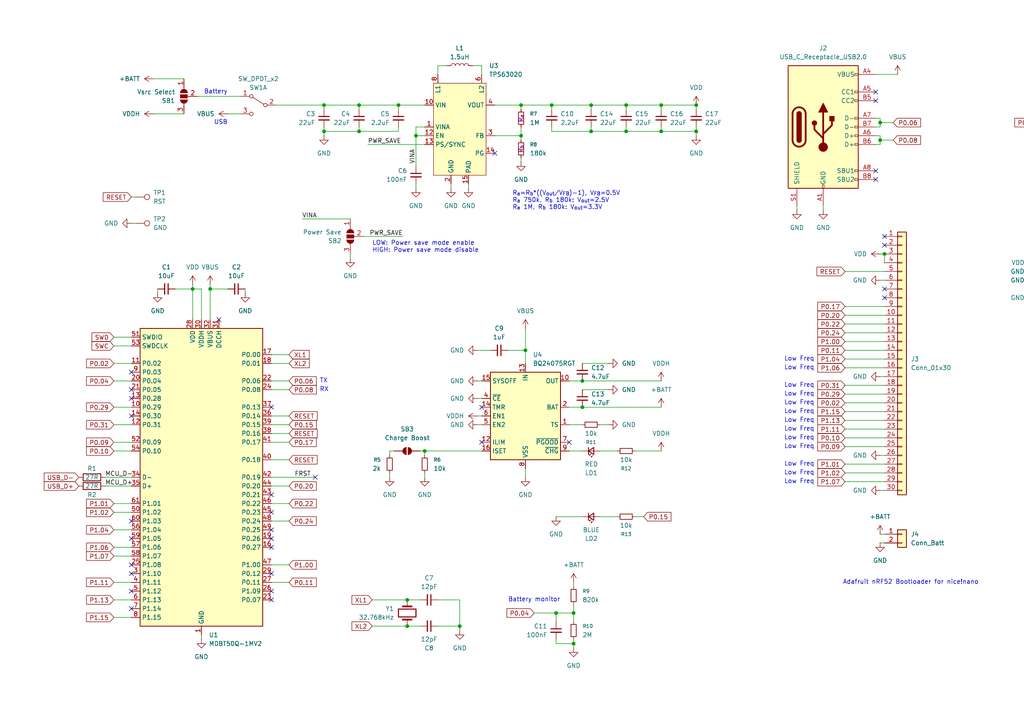
<source format=kicad_sch>
(kicad_sch (version 20250114) (generator "eeschema") (generator_version "9.0")
  (paper "A4")
  (text "Battery monitor" (at 154.94 173.99 0) (effects (font (size 1.27 1.27))))
  (text "USB" (at 66.04 35.56 0) (effects (font (size 1.27 1.27)) (justify right)))
  (text "Low Freq" (at 236.22 139.7 0) (effects (font (size 1.27 1.27)) (justify right)))
  (text "Low Freq" (at 236.22 116.84 0) (effects (font (size 1.27 1.27)) (justify right)))
  (text "Low Freq" (at 236.22 114.3 0) (effects (font (size 1.27 1.27)) (justify right)))
  (text "LOW: Power save mode enable\nHIGH: Power save mode disable" (at 107.95 69.85 0) (effects (font (size 1.27 1.27)) (justify left top)))
  (text "Low Freq" (at 236.22 127 0) (effects (font (size 1.27 1.27)) (justify right)))
  (text "Low Freq" (at 236.22 121.92 0) (effects (font (size 1.27 1.27)) (justify right)))
  (text "Low Freq" (at 236.22 137.16 0) (effects (font (size 1.27 1.27)) (justify right)))
  (text "R_{a}=R_{b}*((V_{out}/V_{FB})-1), V_{FB}=0.5V\nR_{a} 750k, R_{b} 180k: V_{out}=2.5V\nR_{a} 1M, R_{b} 180k: V_{out}=3.3V" (at 148.59 60.96 0) (effects (font (size 1.27 1.27)) (justify left bottom)))
  (text "RX" (at 92.71 113.03 0) (effects (font (size 1.27 1.27)) (justify left)))
  (text "Low Freq" (at 236.22 111.76 0) (effects (font (size 1.27 1.27)) (justify right)))
  (text "Battery" (at 66.04 26.67 0) (effects (font (size 1.27 1.27)) (justify right)))
  (text "Adafruit nRF52 Bootloader for nice!nano" (at 264.16 168.91 0) (effects (font (size 1.27 1.27))))
  (text "Low Freq" (at 236.22 104.14 0) (effects (font (size 1.27 1.27)) (justify right)))
  (text "Low Freq" (at 236.22 106.68 0) (effects (font (size 1.27 1.27)) (justify right)))
  (text "Low Freq" (at 236.22 129.54 0) (effects (font (size 1.27 1.27)) (justify right)))
  (text "TX" (at 92.71 110.49 0) (effects (font (size 1.27 1.27)) (justify left)))
  (text "Low Freq" (at 236.22 124.46 0) (effects (font (size 1.27 1.27)) (justify right)))
  (text "Low Freq" (at 236.22 134.62 0) (effects (font (size 1.27 1.27)) (justify right)))
  (text "Low Freq" (at 236.22 119.38 0) (effects (font (size 1.27 1.27)) (justify right)))
  (junction (at 104.14 30.48))
  (junction (at 166.37 177.8))
  (junction (at 120.65 39.37))
  (junction (at 115.57 30.48))
  (junction (at 201.93 38.1))
  (junction (at 104.14 38.1))
  (junction (at 60.96 83.82))
  (junction (at 160.02 30.48))
  (junction (at 168.91 110.49))
  (junction (at 255.27 40.64))
  (junction (at 256.54 73.66))
  (junction (at 255.27 35.56))
  (junction (at 93.98 38.1))
  (junction (at 152.4 101.6))
  (junction (at 166.37 186.69))
  (junction (at 181.61 38.1))
  (junction (at 55.88 83.82))
  (junction (at 191.77 30.48))
  (junction (at 181.61 30.48))
  (junction (at 123.19 130.81))
  (junction (at 118.11 173.99))
  (junction (at 171.45 38.1))
  (junction (at 201.93 30.48))
  (junction (at 52.07 -44.45))
  (junction (at 151.13 39.37))
  (junction (at 36.83 -36.83))
  (junction (at 161.29 177.8))
  (junction (at 118.11 181.61))
  (junction (at 171.45 30.48))
  (junction (at 151.13 30.48))
  (junction (at 191.77 38.1))
  (junction (at 93.98 30.48))
  (junction (at 39.37 -50.8))
  (junction (at 168.91 118.11))
  (junction (at 36.83 -31.75))
  (junction (at 133.35 181.61))
  (no_connect (at 38.1 113.03))
  (no_connect (at 254 49.53))
  (no_connect (at 114.3 -29.21))
  (no_connect (at 256.54 71.12))
  (no_connect (at 91.44 138.43))
  (no_connect (at 88.9 -34.29))
  (no_connect (at 139.7 128.27))
  (no_connect (at 38.1 107.95))
  (no_connect (at 314.96 83.82))
  (no_connect (at 78.74 173.99))
  (no_connect (at 139.7 118.11))
  (no_connect (at 35.56 -22.86))
  (no_connect (at 256.54 83.82))
  (no_connect (at 35.56 -20.32))
  (no_connect (at 256.54 86.36))
  (no_connect (at 38.1 166.37))
  (no_connect (at 78.74 158.75))
  (no_connect (at 78.74 171.45))
  (no_connect (at 78.74 153.67))
  (no_connect (at 256.54 68.58))
  (no_connect (at 165.1 128.27))
  (no_connect (at 314.96 81.28))
  (no_connect (at 302.26 83.82))
  (no_connect (at 78.74 148.59))
  (no_connect (at 38.1 115.57))
  (no_connect (at 38.1 120.65))
  (no_connect (at 38.1 171.45))
  (no_connect (at 38.1 156.21))
  (no_connect (at 254 29.21))
  (no_connect (at 78.74 166.37))
  (no_connect (at 63.5 92.71))
  (no_connect (at 254 26.67))
  (no_connect (at 38.1 151.13))
  (no_connect (at 143.51 44.45))
  (no_connect (at 38.1 176.53))
  (no_connect (at 78.74 118.11))
  (no_connect (at 38.1 163.83))
  (no_connect (at 254 52.07))
  (no_connect (at 78.74 143.51))
  (no_connect (at 78.74 156.21))
  (wire (pts (xy 60.96 83.82) (xy 66.04 83.82)))
  (wire (pts (xy 83.82 128.27) (xy 78.74 128.27)))
  (wire (pts (xy 127 19.05) (xy 129.54 19.05)))
  (wire (pts (xy 260.35 21.59) (xy 254 21.59)))
  (wire (pts (xy 152.4 101.6) (xy 147.32 101.6)))
  (wire (pts (xy 191.77 38.1) (xy 191.77 36.83)))
  (wire (pts (xy 165.1 110.49) (xy 168.91 110.49)))
  (wire (pts (xy 33.02 130.81) (xy 38.1 130.81)))
  (wire (pts (xy 36.83 -36.83) (xy 54.61 -36.83)))
  (wire (pts (xy 101.6 74.93) (xy 101.6 73.66)))
  (wire (pts (xy 35.56 -50.8) (xy 39.37 -50.8)))
  (wire (pts (xy 35.56 -43.18) (xy 40.64 -43.18)))
  (wire (pts (xy 191.77 30.48) (xy 181.61 30.48)))
  (wire (pts (xy 254 41.91) (xy 255.27 41.91)))
  (wire (pts (xy 165.1 130.81) (xy 168.91 130.81)))
  (wire (pts (xy 255.27 132.08) (xy 256.54 132.08)))
  (wire (pts (xy 171.45 38.1) (xy 171.45 36.83)))
  (wire (pts (xy 86.36 -29.21) (xy 88.9 -29.21)))
  (wire (pts (xy 168.91 118.11) (xy 191.77 118.11)))
  (wire (pts (xy 93.98 30.48) (xy 104.14 30.48)))
  (wire (pts (xy 245.11 129.54) (xy 256.54 129.54)))
  (wire (pts (xy 121.92 130.81) (xy 123.19 130.81)))
  (wire (pts (xy 20.32 -11.43) (xy 20.32 -12.7)))
  (wire (pts (xy 151.13 36.83) (xy 151.13 39.37)))
  (wire (pts (xy 245.11 139.7) (xy 256.54 139.7)))
  (wire (pts (xy 245.11 127) (xy 256.54 127)))
  (wire (pts (xy 115.57 36.83) (xy 115.57 38.1)))
  (wire (pts (xy 181.61 38.1) (xy 171.45 38.1)))
  (wire (pts (xy 83.82 151.13) (xy 78.74 151.13)))
  (wire (pts (xy 38.1 64.77) (xy 39.37 64.77)))
  (wire (pts (xy 66.04 33.02) (xy 69.85 33.02)))
  (wire (pts (xy 300.99 81.28) (xy 302.26 81.28)))
  (wire (pts (xy 113.03 132.08) (xy 113.03 130.81)))
  (wire (pts (xy 143.51 30.48) (xy 151.13 30.48)))
  (wire (pts (xy 168.91 105.41) (xy 176.53 105.41)))
  (wire (pts (xy 201.93 38.1) (xy 191.77 38.1)))
  (wire (pts (xy 33.02 148.59) (xy 38.1 148.59)))
  (wire (pts (xy 33.02 128.27) (xy 38.1 128.27)))
  (wire (pts (xy 181.61 30.48) (xy 171.45 30.48)))
  (wire (pts (xy 201.93 30.48) (xy 191.77 30.48)))
  (wire (pts (xy 115.57 30.48) (xy 115.57 31.75)))
  (wire (pts (xy 93.98 38.1) (xy 93.98 39.37)))
  (wire (pts (xy 58.42 83.82) (xy 58.42 92.71)))
  (wire (pts (xy 105.41 68.58) (xy 116.84 68.58)))
  (wire (pts (xy 154.94 177.8) (xy 161.29 177.8)))
  (wire (pts (xy 133.35 173.99) (xy 133.35 181.61)))
  (wire (pts (xy 36.83 -33.02) (xy 36.83 -31.75)))
  (wire (pts (xy 245.11 114.3) (xy 256.54 114.3)))
  (wire (pts (xy 166.37 177.8) (xy 166.37 180.34)))
  (wire (pts (xy 120.65 39.37) (xy 120.65 48.26)))
  (wire (pts (xy 36.83 -31.75) (xy 36.83 -30.48)))
  (wire (pts (xy 93.98 30.48) (xy 93.98 31.75)))
  (wire (pts (xy 33.02 100.33) (xy 38.1 100.33)))
  (wire (pts (xy 52.07 -43.18) (xy 48.26 -43.18)))
  (wire (pts (xy 138.43 123.19) (xy 139.7 123.19)))
  (wire (pts (xy 255.27 34.29) (xy 255.27 35.56)))
  (wire (pts (xy 245.11 78.74) (xy 256.54 78.74)))
  (wire (pts (xy 33.02 123.19) (xy 38.1 123.19)))
  (wire (pts (xy 245.11 137.16) (xy 256.54 137.16)))
  (wire (pts (xy 127 181.61) (xy 133.35 181.61)))
  (wire (pts (xy 254 36.83) (xy 255.27 36.83)))
  (wire (pts (xy 201.93 39.37) (xy 201.93 38.1)))
  (wire (pts (xy 83.82 113.03) (xy 78.74 113.03)))
  (wire (pts (xy 184.15 130.81) (xy 191.77 130.81)))
  (wire (pts (xy 33.02 179.07) (xy 38.1 179.07)))
  (wire (pts (xy 36.83 -35.56) (xy 35.56 -35.56)))
  (wire (pts (xy 151.13 46.99) (xy 151.13 45.72)))
  (wire (pts (xy 300.99 76.2) (xy 302.26 76.2)))
  (wire (pts (xy 254 34.29) (xy 255.27 34.29)))
  (wire (pts (xy 52.07 -44.45) (xy 52.07 -43.18)))
  (wire (pts (xy 171.45 30.48) (xy 171.45 31.75)))
  (wire (pts (xy 123.19 36.83) (xy 120.65 36.83)))
  (wire (pts (xy 123.19 39.37) (xy 120.65 39.37)))
  (wire (pts (xy 316.23 78.74) (xy 314.96 78.74)))
  (wire (pts (xy 115.57 30.48) (xy 123.19 30.48)))
  (wire (pts (xy 138.43 101.6) (xy 142.24 101.6)))
  (wire (pts (xy 245.11 121.92) (xy 256.54 121.92)))
  (wire (pts (xy 40.64 -45.72) (xy 35.56 -45.72)))
  (wire (pts (xy 55.88 82.55) (xy 55.88 83.82)))
  (wire (pts (xy 71.12 85.09) (xy 71.12 83.82)))
  (wire (pts (xy 52.07 -45.72) (xy 48.26 -45.72)))
  (wire (pts (xy 50.8 83.82) (xy 55.88 83.82)))
  (wire (pts (xy 300.99 78.74) (xy 302.26 78.74)))
  (wire (pts (xy 52.07 -45.72) (xy 52.07 -44.45)))
  (wire (pts (xy 160.02 36.83) (xy 160.02 38.1)))
  (wire (pts (xy 33.02 118.11) (xy 38.1 118.11)))
  (wire (pts (xy 231.14 60.96) (xy 231.14 59.69)))
  (wire (pts (xy 143.51 39.37) (xy 151.13 39.37)))
  (wire (pts (xy 152.4 105.41) (xy 152.4 101.6)))
  (wire (pts (xy 120.65 36.83) (xy 120.65 39.37)))
  (wire (pts (xy 83.82 133.35) (xy 78.74 133.35)))
  (wire (pts (xy 58.42 83.82) (xy 55.88 83.82)))
  (wire (pts (xy 166.37 175.26) (xy 166.37 177.8)))
  (wire (pts (xy 83.82 163.83) (xy 78.74 163.83)))
  (wire (pts (xy 87.63 63.5) (xy 101.6 63.5)))
  (wire (pts (xy 36.83 -36.83) (xy 36.83 -35.56)))
  (wire (pts (xy 138.43 115.57) (xy 139.7 115.57)))
  (wire (pts (xy 186.69 149.86) (xy 184.15 149.86)))
  (wire (pts (xy 255.27 154.94) (xy 256.54 154.94)))
  (wire (pts (xy 161.29 149.86) (xy 168.91 149.86)))
  (wire (pts (xy 201.93 36.83) (xy 201.93 38.1)))
  (wire (pts (xy 113.03 130.81) (xy 114.3 130.81)))
  (wire (pts (xy 83.82 102.87) (xy 78.74 102.87)))
  (wire (pts (xy 255.27 73.66) (xy 256.54 73.66)))
  (wire (pts (xy 123.19 138.43) (xy 123.19 137.16)))
  (wire (pts (xy 33.02 146.05) (xy 38.1 146.05)))
  (wire (pts (xy 160.02 38.1) (xy 171.45 38.1)))
  (wire (pts (xy 201.93 30.48) (xy 201.93 31.75)))
  (wire (pts (xy 60.96 83.82) (xy 60.96 92.71)))
  (wire (pts (xy 168.91 123.19) (xy 165.1 123.19)))
  (wire (pts (xy 38.1 57.15) (xy 39.37 57.15)))
  (wire (pts (xy 166.37 168.91) (xy 166.37 170.18)))
  (wire (pts (xy 181.61 38.1) (xy 181.61 36.83)))
  (wire (pts (xy 121.92 173.99) (xy 118.11 173.99)))
  (wire (pts (xy 300.99 86.36) (xy 302.26 86.36)))
  (wire (pts (xy 245.11 91.44) (xy 256.54 91.44)))
  (wire (pts (xy 83.82 120.65) (xy 78.74 120.65)))
  (wire (pts (xy 30.48 138.43) (xy 38.1 138.43)))
  (wire (pts (xy 245.11 124.46) (xy 256.54 124.46)))
  (wire (pts (xy 245.11 96.52) (xy 256.54 96.52)))
  (wire (pts (xy 107.95 173.99) (xy 118.11 173.99)))
  (wire (pts (xy 123.19 130.81) (xy 139.7 130.81)))
  (wire (pts (xy 255.27 109.22) (xy 256.54 109.22)))
  (wire (pts (xy 130.81 53.34) (xy 130.81 54.61)))
  (wire (pts (xy 245.11 116.84) (xy 256.54 116.84)))
  (wire (pts (xy 161.29 177.8) (xy 166.37 177.8)))
  (wire (pts (xy 104.14 38.1) (xy 115.57 38.1)))
  (wire (pts (xy 168.91 113.03) (xy 176.53 113.03)))
  (wire (pts (xy 58.42 185.42) (xy 58.42 184.15)))
  (wire (pts (xy 138.43 120.65) (xy 139.7 120.65)))
  (wire (pts (xy 245.11 88.9) (xy 256.54 88.9)))
  (wire (pts (xy 33.02 173.99) (xy 38.1 173.99)))
  (wire (pts (xy 191.77 30.48) (xy 191.77 31.75)))
  (wire (pts (xy 255.27 142.24) (xy 256.54 142.24)))
  (wire (pts (xy 123.19 130.81) (xy 123.19 132.08)))
  (wire (pts (xy 59.69 -50.8) (xy 53.34 -50.8)))
  (wire (pts (xy 106.68 41.91) (xy 123.19 41.91)))
  (wire (pts (xy 52.07 -44.45) (xy 59.69 -44.45)))
  (wire (pts (xy 83.82 168.91) (xy 78.74 168.91)))
  (wire (pts (xy 255.27 35.56) (xy 259.08 35.56)))
  (wire (pts (xy 104.14 36.83) (xy 104.14 38.1)))
  (wire (pts (xy 120.65 53.34) (xy 120.65 54.61)))
  (wire (pts (xy 116.84 -34.29) (xy 114.3 -34.29)))
  (wire (pts (xy 83.82 110.49) (xy 78.74 110.49)))
  (wire (pts (xy 238.76 60.96) (xy 238.76 59.69)))
  (wire (pts (xy 33.02 153.67) (xy 38.1 153.67)))
  (wire (pts (xy 127 173.99) (xy 133.35 173.99)))
  (wire (pts (xy 316.23 76.2) (xy 314.96 76.2)))
  (wire (pts (xy 255.27 40.64) (xy 259.08 40.64)))
  (wire (pts (xy 36.83 -38.1) (xy 36.83 -36.83)))
  (wire (pts (xy 93.98 36.83) (xy 93.98 38.1)))
  (wire (pts (xy 160.02 30.48) (xy 160.02 31.75)))
  (wire (pts (xy 245.11 93.98) (xy 256.54 93.98)))
  (wire (pts (xy 35.56 -38.1) (xy 36.83 -38.1)))
  (wire (pts (xy 139.7 19.05) (xy 137.16 19.05)))
  (wire (pts (xy 121.92 181.61) (xy 118.11 181.61)))
  (wire (pts (xy 30.48 140.97) (xy 38.1 140.97)))
  (wire (pts (xy 127 21.59) (xy 127 19.05)))
  (wire (pts (xy 152.4 138.43) (xy 152.4 135.89)))
  (wire (pts (xy 245.11 106.68) (xy 256.54 106.68)))
  (wire (pts (xy 44.45 33.02) (xy 53.34 33.02)))
  (wire (pts (xy 161.29 186.69) (xy 166.37 186.69)))
  (wire (pts (xy 78.74 138.43) (xy 91.44 138.43)))
  (wire (pts (xy 161.29 177.8) (xy 161.29 180.34)))
  (wire (pts (xy 33.02 110.49) (xy 38.1 110.49)))
  (wire (pts (xy 33.02 97.79) (xy 38.1 97.79)))
  (wire (pts (xy 107.95 181.61) (xy 118.11 181.61)))
  (wire (pts (xy 33.02 158.75) (xy 38.1 158.75)))
  (wire (pts (xy 33.02 105.41) (xy 38.1 105.41)))
  (wire (pts (xy 191.77 38.1) (xy 181.61 38.1)))
  (wire (pts (xy 173.99 130.81) (xy 179.07 130.81)))
  (wire (pts (xy 152.4 95.25) (xy 152.4 101.6)))
  (wire (pts (xy 151.13 39.37) (xy 151.13 40.64)))
  (wire (pts (xy 168.91 118.11) (xy 165.1 118.11)))
  (wire (pts (xy 135.89 53.34) (xy 135.89 54.61)))
  (wire (pts (xy 113.03 137.16) (xy 113.03 138.43)))
  (wire (pts (xy 245.11 119.38) (xy 256.54 119.38)))
  (wire (pts (xy 256.54 73.66) (xy 256.54 76.2)))
  (wire (pts (xy 151.13 31.75) (xy 151.13 30.48)))
  (wire (pts (xy 83.82 123.19) (xy 78.74 123.19)))
  (wire (pts (xy 255.27 36.83) (xy 255.27 35.56)))
  (wire (pts (xy 83.82 146.05) (xy 78.74 146.05)))
  (wire (pts (xy 151.13 30.48) (xy 160.02 30.48)))
  (wire (pts (xy 173.99 149.86) (xy 179.07 149.86)))
  (wire (pts (xy 245.11 101.6) (xy 256.54 101.6)))
  (wire (pts (xy 83.82 140.97) (xy 78.74 140.97)))
  (wire (pts (xy 139.7 21.59) (xy 139.7 19.05)))
  (wire (pts (xy 33.02 161.29) (xy 38.1 161.29)))
  (wire (pts (xy 255.27 81.28) (xy 256.54 81.28)))
  (wire (pts (xy 104.14 31.75) (xy 104.14 30.48)))
  (wire (pts (xy 57.15 27.94) (xy 69.85 27.94)))
  (wire (pts (xy 245.11 99.06) (xy 256.54 99.06)))
  (wire (pts (xy 161.29 185.42) (xy 161.29 186.69)))
  (wire (pts (xy 60.96 82.55) (xy 60.96 83.82)))
  (wire (pts (xy 166.37 186.69) (xy 166.37 185.42)))
  (wire (pts (xy 168.91 110.49) (xy 191.77 110.49)))
  (wire (pts (xy 45.72 83.82) (xy 45.72 85.09)))
  (wire (pts (xy 245.11 111.76) (xy 256.54 111.76)))
  (wire (pts (xy 166.37 187.96) (xy 166.37 186.69)))
  (wire (pts (xy 160.02 30.48) (xy 171.45 30.48)))
  (wire (pts (xy 302.26 35.56) (xy 304.8 35.56)))
  (wire (pts (xy 104.14 38.1) (xy 93.98 38.1)))
  (wire (pts (xy 181.61 30.48) (xy 181.61 31.75)))
  (wire (pts (xy 255.27 39.37) (xy 255.27 40.64)))
  (wire (pts (xy 44.45 22.86) (xy 53.34 22.86)))
  (wire (pts (xy 80.01 30.48) (xy 93.98 30.48)))
  (wire (pts (xy 33.02 168.91) (xy 38.1 168.91)))
  (wire (pts (xy 39.37 -50.8) (xy 45.72 -50.8)))
  (wire (pts (xy 35.56 -30.48) (xy 36.83 -30.48)))
  (wire (pts (xy 316.23 86.36) (xy 314.96 86.36)))
  (wire (pts (xy 36.83 -31.75) (xy 54.61 -31.75)))
  (wire (pts (xy 255.27 40.64) (xy 255.27 41.91)))
  (wire (pts (xy 12.7 -11.43) (xy 12.7 -12.7)))
  (wire (pts (xy 254 39.37) (xy 255.27 39.37)))
  (wire (pts (xy 133.35 182.88) (xy 133.35 181.61)))
  (wire (pts (xy 138.43 110.49) (xy 139.7 110.49)))
  (wire (pts (xy 83.82 105.41) (xy 78.74 105.41)))
  (wire (pts (xy 176.53 123.19) (xy 173.99 123.19)))
  (wire (pts (xy 255.27 157.48) (xy 256.54 157.48)))
  (wire (pts (xy 83.82 125.73) (xy 78.74 125.73)))
  (wire (pts (xy 55.88 83.82) (xy 55.88 92.71)))
  (wire (pts (xy 104.14 30.48) (xy 115.57 30.48)))
  (wire (pts (xy 35.56 -33.02) (xy 36.83 -33.02)))
  (wire (pts (xy 245.11 134.62) (xy 256.54 134.62)))
  (wire (pts (xy 245.11 104.14) (xy 256.54 104.14)))
  (wire (pts (xy 332.74 40.64) (xy 330.2 40.64)))
  (label "USB_Conn_D-" (at 39.37 -36.83 0))
  (label "MCU_D+" (at 30.48 140.97 0))
  (label "FRST" (at 90.17 138.43 180))
  (label "PWR_SAVE" (at 106.68 41.91 0))
  (label "VINA" (at 87.63 63.5 0))
  (label "VINA" (at 120.65 43.18 270))
  (label "MCU_D-" (at 30.48 138.43 0))
  (label "PWR_SAVE" (at 116.84 68.58 180))
  (global_label "P1.13" (shape input) (at 245.11 121.92 180) (property "Intersheetrefs" "${INTERSHEET_REFS}" (effects (hide yes))))
  (global_label "P1.00" (shape input) (at 83.82 163.83 0) (property "Intersheetrefs" "${INTERSHEET_REFS}" (effects (hide yes))))
  (global_label "P0.10" (shape input) (at 33.02 130.81 180) (property "Intersheetrefs" "${INTERSHEET_REFS}" (effects (hide yes))))
  (global_label "P0.17" (shape input) (at 245.11 88.9 180) (property "Intersheetrefs" "${INTERSHEET_REFS}" (effects (hide yes))))
  (global_label "P0.29" (shape input) (at 33.02 118.11 180) (property "Intersheetrefs" "${INTERSHEET_REFS}" (effects (hide yes))))
  (global_label "P1.06" (shape input) (at 245.11 106.68 180) (property "Intersheetrefs" "${INTERSHEET_REFS}" (effects (hide yes))))
  (global_label "P1.13" (shape input) (at 33.02 173.99 180) (property "Intersheetrefs" "${INTERSHEET_REFS}" (effects (hide yes))))
  (global_label "P0.09" (shape input) (at 245.11 129.54 180) (property "Intersheetrefs" "${INTERSHEET_REFS}" (effects (hide yes))))
  (global_label "RESET" (shape input) (at 83.82 133.35 0) (property "Intersheetrefs" "${INTERSHEET_REFS}" (effects (hide yes))))
  (global_label "P1.00" (shape input) (at 245.11 99.06 180) (property "Intersheetrefs" "${INTERSHEET_REFS}" (effects (hide yes))))
  (global_label "SWD" (shape input) (at 316.23 76.2 0) (property "Intersheetrefs" "${INTERSHEET_REFS}" (effects (hide yes))))
  (global_label "P0.02" (shape input) (at 33.02 105.41 180) (property "Intersheetrefs" "${INTERSHEET_REFS}" (effects (hide yes))))
  (global_label "P0.10" (shape input) (at 245.11 127 180) (property "Intersheetrefs" "${INTERSHEET_REFS}" (effects (hide yes))))
  (global_label "USB_D+" (shape input) (at 54.61 -31.75 0) (property "Intersheetrefs" "${INTERSHEET_REFS}" (effects (hide yes))))
  (global_label "RESET" (shape input) (at 316.23 86.36 0) (property "Intersheetrefs" "${INTERSHEET_REFS}" (effects (hide yes))))
  (global_label "P0.24" (shape input) (at 83.82 151.13 0) (property "Intersheetrefs" "${INTERSHEET_REFS}" (effects (hide yes))))
  (global_label "P0.22" (shape input) (at 83.82 146.05 0) (property "Intersheetrefs" "${INTERSHEET_REFS}" (effects (hide yes))))
  (global_label "SWD" (shape input) (at 33.02 97.79 180) (property "Intersheetrefs" "${INTERSHEET_REFS}" (effects (hide yes))))
  (global_label "P0.31" (shape input) (at 245.11 111.76 180) (property "Intersheetrefs" "${INTERSHEET_REFS}" (effects (hide yes))))
  (global_label "P0.20" (shape input) (at 83.82 140.97 0) (property "Intersheetrefs" "${INTERSHEET_REFS}" (effects (hide yes))))
  (global_label "USB_D+" (shape input) (at 86.36 -29.21 180) (property "Intersheetrefs" "${INTERSHEET_REFS}" (effects (hide yes))))
  (global_label "P1.02" (shape input) (at 33.02 148.59 180) (property "Intersheetrefs" "${INTERSHEET_REFS}" (effects (hide yes))))
  (global_label "P1.02" (shape input) (at 245.11 137.16 180) (property "Intersheetrefs" "${INTERSHEET_REFS}" (effects (hide yes))))
  (global_label "P0.04" (shape input) (at 154.94 177.8 180) (property "Intersheetrefs" "${INTERSHEET_REFS}" (effects (hide yes))))
  (global_label "RESET" (shape input) (at 38.1 57.15 180) (property "Intersheetrefs" "${INTERSHEET_REFS}" (effects (hide yes))))
  (global_label "P0.06" (shape input) (at 259.08 35.56 0) (property "Intersheetrefs" "${INTERSHEET_REFS}" (effects (hide yes))))
  (global_label "P0.04" (shape input) (at 33.02 110.49 180) (property "Intersheetrefs" "${INTERSHEET_REFS}" (effects (hide yes))))
  (global_label "SWC" (shape input) (at 33.02 100.33 180) (property "Intersheetrefs" "${INTERSHEET_REFS}" (effects (hide yes))))
  (global_label "XL2" (shape input) (at 107.95 181.61 180) (property "Intersheetrefs" "${INTERSHEET_REFS}" (effects (hide yes))))
  (global_label "P1.15" (shape input) (at 245.11 119.38 180) (property "Intersheetrefs" "${INTERSHEET_REFS}" (effects (hide yes))))
  (global_label "P0.11" (shape input) (at 83.82 168.91 0) (property "Intersheetrefs" "${INTERSHEET_REFS}" (effects (hide yes))))
  (global_label "XL1" (shape input) (at 107.95 173.99 180) (property "Intersheetrefs" "${INTERSHEET_REFS}" (effects (hide yes))))
  (global_label "P1.15" (shape input) (at 33.02 179.07 180) (property "Intersheetrefs" "${INTERSHEET_REFS}" (effects (hide yes))))
  (global_label "P0.17" (shape input) (at 83.82 128.27 0) (property "Intersheetrefs" "${INTERSHEET_REFS}" (effects (hide yes))))
  (global_label "P0.31" (shape input) (at 33.02 123.19 180) (property "Intersheetrefs" "${INTERSHEET_REFS}" (effects (hide yes))))
  (global_label "P1.11" (shape input) (at 245.11 124.46 180) (property "Intersheetrefs" "${INTERSHEET_REFS}" (effects (hide yes))))
  (global_label "P0.15" (shape input) (at 186.69 149.86 0) (property "Intersheetrefs" "${INTERSHEET_REFS}" (effects (hide yes))))
  (global_label "USB_D-" (shape input) (at 54.61 -36.83 0) (property "Intersheetrefs" "${INTERSHEET_REFS}" (effects (hide yes))))
  (global_label "P1.06" (shape input) (at 33.02 158.75 180) (property "Intersheetrefs" "${INTERSHEET_REFS}" (effects (hide yes))))
  (global_label "P1.07" (shape input) (at 33.02 161.29 180) (property "Intersheetrefs" "${INTERSHEET_REFS}" (effects (hide yes))))
  (global_label "P1.07" (shape input) (at 245.11 139.7 180) (property "Intersheetrefs" "${INTERSHEET_REFS}" (effects (hide yes))))
  (global_label "P0.11" (shape input) (at 245.11 101.6 180) (property "Intersheetrefs" "${INTERSHEET_REFS}" (effects (hide yes))))
  (global_label "P0.20" (shape input) (at 245.11 91.44 180) (property "Intersheetrefs" "${INTERSHEET_REFS}" (effects (hide yes))))
  (global_label "P0.08" (shape input) (at 83.82 113.03 0) (property "Intersheetrefs" "${INTERSHEET_REFS}" (effects (hide yes))))
  (global_label "RESET" (shape input) (at 83.82 120.65 0) (property "Intersheetrefs" "${INTERSHEET_REFS}" (effects (hide yes))))
  (global_label "P0.29" (shape input) (at 245.11 114.3 180) (property "Intersheetrefs" "${INTERSHEET_REFS}" (effects (hide yes))))
  (global_label "P0.09" (shape input) (at 33.02 128.27 180) (property "Intersheetrefs" "${INTERSHEET_REFS}" (effects (hide yes))))
  (global_label "P0.06" (shape input) (at 332.74 40.64 0) (property "Intersheetrefs" "${INTERSHEET_REFS}" (effects (hide yes))))
  (global_label "P0.08" (shape input) (at 259.08 40.64 0) (property "Intersheetrefs" "${INTERSHEET_REFS}" (effects (hide yes))))
  (global_label "P0.02" (shape input) (at 245.11 116.84 180) (property "Intersheetrefs" "${INTERSHEET_REFS}" (effects (hide yes))))
  (global_label "P1.01" (shape input) (at 33.02 146.05 180) (property "Intersheetrefs" "${INTERSHEET_REFS}" (effects (hide yes))))
  (global_label "P1.11" (shape input) (at 33.02 168.91 180) (property "Intersheetrefs" "${INTERSHEET_REFS}" (effects (hide yes))))
  (global_label "P1.01" (shape input) (at 245.11 134.62 180) (property "Intersheetrefs" "${INTERSHEET_REFS}" (effects (hide yes))))
  (global_label "P0.24" (shape input) (at 245.11 96.52 180) (property "Intersheetrefs" "${INTERSHEET_REFS}" (effects (hide yes))))
  (global_label "SWC" (shape input) (at 316.23 78.74 0) (property "Intersheetrefs" "${INTERSHEET_REFS}" (effects (hide yes))))
  (global_label "USB_D-" (shape input) (at 22.86 138.43 180) (property "Intersheetrefs" "${INTERSHEET_REFS}" (effects (hide yes))))
  (global_label "RESET" (shape input) (at 83.82 125.73 0) (property "Intersheetrefs" "${INTERSHEET_REFS}" (effects (hide yes))))
  (global_label "P1.04" (shape input) (at 33.02 153.67 180) (property "Intersheetrefs" "${INTERSHEET_REFS}" (effects (hide yes))))
  (global_label "XL1" (shape input) (at 83.82 102.87 0) (property "Intersheetrefs" "${INTERSHEET_REFS}" (effects (hide yes))))
  (global_label "RESET" (shape input) (at 245.11 78.74 180) (property "Intersheetrefs" "${INTERSHEET_REFS}" (effects (hide yes))))
  (global_label "USB_D+" (shape input) (at 22.86 140.97 180) (property "Intersheetrefs" "${INTERSHEET_REFS}" (effects (hide yes))))
  (global_label "P0.08" (shape input) (at 302.26 35.56 180) (property "Intersheetrefs" "${INTERSHEET_REFS}" (effects (hide yes))))
  (global_label "USB_D-" (shape input) (at 116.84 -34.29 0) (property "Intersheetrefs" "${INTERSHEET_REFS}" (effects (hide yes))))
  (global_label "P0.15" (shape input) (at 83.82 123.19 0) (property "Intersheetrefs" "${INTERSHEET_REFS}" (effects (hide yes))))
  (global_label "P0.06" (shape input) (at 83.82 110.49 0) (property "Intersheetrefs" "${INTERSHEET_REFS}" (effects (hide yes))))
  (global_label "XL2" (shape input) (at 83.82 105.41 0) (property "Intersheetrefs" "${INTERSHEET_REFS}" (effects (hide yes))))
  (global_label "P1.04" (shape input) (at 245.11 104.14 180) (property "Intersheetrefs" "${INTERSHEET_REFS}" (effects (hide yes))))
  (global_label "P0.22" (shape input) (at 245.11 93.98 180) (property "Intersheetrefs" "${INTERSHEET_REFS}" (effects (hide yes))))
  (symbol (lib_id "Device:C_Small") (at 191.77 34.29 0) (unit 1)
    (property "Reference" "C16" (at 194.31 33.0262 0) (effects (justify left)))
    (property "Value" "22uF" (at 194.31 35.5662 0) (effects (justify left)))
    (property "Footprint" "Capacitor_SMD:C_0805_2012Metric" (effects (hide yes)))
    (property "Description" "Unpolarized capacitor, small symbol" (effects (hide yes)))
    (property "JLCPCB Part #" "C45783" (effects (hide yes)))
    (property "MFR. Part #" "CL21A226MAQNNNE" (effects (hide yes)))
  )
  (symbol (lib_id "Device:R") (at 44.45 -45.72 90) (unit 1)
    (property "Reference" "R3" (at 44.45 -48.26 90))
    (property "Value" "5.1k" (at 44.45 -45.72 90))
    (property "Footprint" "Resistor_SMD:R_0402_1005Metric" (effects (hide yes)))
  )
  (symbol (lib_id "power:GND") (at 138.43 110.49 270) (unit 1)
    (property "Reference" "#PWR025" (effects (hide yes)))
    (property "Value" "GND" (at 134.62 110.4899 90) (effects (justify right)))
    (property "Description" "Power symbol creates a global label with name \"GND\" , ground" (effects (hide yes)))
  )
  (symbol (lib_id "power:GND") (at 93.98 39.37 0) (unit 1)
    (property "Reference" "#PWR014" (effects (hide yes)))
    (property "Value" "GND" (at 93.98 44.45 0))
    (property "Description" "Power symbol creates a global label with name \"GND\" , ground" (effects (hide yes)))
  )
  (symbol (lib_id "Mechanical:MountingHole") (at -34.29 17.78 0) (unit 1) (in_bom no)
    (property "Reference" "H1" (at -31.75 16.5099 0) (effects (justify left)))
    (property "Value" "MountingHole" (at -31.75 19.0499 0) (effects (justify left)))
    (property "Footprint" "MountingHole:MountingHole_2.7mm_M2.5_ISO7380" (effects (hide yes)))
    (property "Description" "Mounting Hole without connection" (effects (hide yes)))
  )
  (symbol (lib_id "power:GND") (at 176.53 105.41 90) (unit 1)
    (property "Reference" "#PWR035" (effects (hide yes)))
    (property "Value" "GND" (at 180.34 105.4099 90) (effects (justify right)))
    (property "Description" "Power symbol creates a global label with name \"GND\" , ground" (effects (hide yes)))
  )
  (symbol (lib_id "Connector:TestPoint") (at 39.37 57.15 270) (unit 1)
    (property "Reference" "TP1" (at 44.45 55.8799 90) (effects (justify left)))
    (property "Value" "RST" (at 44.45 58.4199 90) (effects (justify left)))
    (property "Footprint" "TestPoint:TestPoint_Pad_D1.5mm" (effects (hide yes)))
    (property "Description" "test point" (effects (hide yes)))
  )
  (symbol (lib_id "Device:L") (at 133.35 19.05 90) (unit 1)
    (property "Reference" "L1" (at 133.35 13.97 90))
    (property "Value" "1.5uH" (at 133.35 16.51 90))
    (property "Footprint" "Inductor_SMD:L_Changjiang_FNR252012S" (effects (hide yes)))
    (property "JLCPCB Part #" "C5832371" (effects (hide yes)))
    (property "MFR. Part #" "FTC252012S1R5MBCA" (effects (hide yes)))
  )
  (symbol (lib_id "Connector_Generic:Conn_01x30") (at 261.62 104.14 0) (unit 1)
    (property "Reference" "J3" (at 264.16 104.1399 0) (effects (justify left)))
    (property "Value" "Conn_01x30" (at 264.16 106.6799 0) (effects (justify left)))
    (property "Footprint" "Connector_FFC-FPC:TE_3-1734839-0_1x30-1MP_P0.5mm_Horizontal" (effects (hide yes)))
    (property "Description" "Generic connector, single row, 01x30, script generated (kicad-library-utils/schlib/autogen/connector/)" (effects (hide yes)))
    (property "JLCPCB Part #" "C2856808" (effects (hide yes)))
    (property "MFR. Part #" "FPC-05F-30PH20" (effects (hide yes)))
  )
  (symbol (lib_id "power:VBUS") (at 66.04 33.02 90) (unit 1)
    (property "Reference" "#PWR012" (effects (hide yes)))
    (property "Value" "VBUS" (at 62.23 33.0199 90) (effects (justify left)))
    (property "Description" "Power symbol creates a global label with name \"VBUS\"" (effects (hide yes)))
  )
  (symbol (lib_id "Device:LED_Small") (at 171.45 130.81 0) (mirror x) (unit 1)
    (property "Reference" "LD1" (at 171.5135 137.16 0))
    (property "Value" "RED" (at 171.5135 134.62 0))
    (property "Footprint" "LED_SMD:LED_0603_1608Metric" (effects (hide yes)))
    (property "Description" "Light emitting diode, small symbol" (effects (hide yes)))
    (property "Sim.Pin" "1=K 2=A" (effects (hide yes)))
    (property "JLCPCB Part #" "C2286" (effects (hide yes)))
    (property "MFR. Part #" "KT-0603R" (effects (hide yes)))
  )
  (symbol (lib_id "power:+5V") (at 39.37 -50.8 0) (unit 1)
    (property "Reference" "#PWR03" (effects (hide yes)))
    (property "Value" "+5V" (at 39.37 -54.61 0))
  )
  (symbol (lib_id "power:GND") (at 45.72 85.09 0) (unit 1)
    (property "Reference" "#PWR06" (effects (hide yes)))
    (property "Value" "GND" (at 45.72 90.17 0))
    (property "Description" "Power symbol creates a global label with name \"GND\" , ground" (effects (hide yes)))
  )
  (symbol (lib_id "power:GND") (at 71.12 85.09 0) (unit 1)
    (property "Reference" "#PWR013" (effects (hide yes)))
    (property "Value" "GND" (at 71.12 90.17 0))
    (property "Description" "Power symbol creates a global label with name \"GND\" , ground" (effects (hide yes)))
  )
  (symbol (lib_id "Connector_Generic:Conn_02x05_Odd_Even") (at 307.34 81.28 0) (unit 1)
    (property "Reference" "J5" (at 308.61 69.85 0))
    (property "Value" "Debug" (at 308.61 72.39 0))
    (property "Footprint" "ErgoSNM_Keyboard:SWD 10pin" (effects (hide yes)))
    (property "Description" "Generic connector, double row, 02x05, odd/even pin numbering scheme (row 1 odd numbers, row 2 even numbers), script generated (kicad-library-utils/schlib/autogen/connector/)" (effects (hide yes)))
  )
  (symbol (lib_id "power:VDD") (at 191.77 110.49 0) (unit 1)
    (property "Reference" "#PWR038" (effects (hide yes)))
    (property "Value" "VDDH" (at 191.77 105.41 0))
    (property "Description" "Power symbol creates a global label with name \"VDD\"" (effects (hide yes)))
  )
  (symbol (lib_id "power:GND") (at 300.99 78.74 270) (unit 1)
    (property "Reference" "#PWR056" (effects (hide yes)))
    (property "Value" "GND" (at 297.18 78.7399 90) (effects (justify right)))
    (property "Description" "Power symbol creates a global label with name \"GND\" , ground" (effects (hide yes)))
  )
  (symbol (lib_id "Connector:USB_C_Receptacle_USB2.0") (at 20.32 -35.56 0) (unit 1)
    (property "Reference" "J1" (at 20.32 -58.42 0))
    (property "Value" "USB_C_Receptacle_USB2.0" (at 20.32 -55.88 0))
    (property "Footprint" "Connector_USB:USB_C_Receptacle_HRO_TYPE-C-31-M-12" (effects (hide yes)))
    (property "Datasheet" "https://www.usb.org/sites/default/files/documents/usb_type-c.zip" (effects (hide yes)))
    (property "JLCPCB Part #" "C165948" (effects (hide yes)))
    (property "MFR. Part #" "TYPE-C-31-M-12" (effects (hide yes)))
  )
  (symbol (lib_id "Device:C_Small") (at 120.65 50.8 0) (mirror y) (unit 1)
    (property "Reference" "C6" (at 118.11 49.5362 0) (effects (justify left)))
    (property "Value" "100nF" (at 118.11 52.0762 0) (effects (justify left)))
    (property "Footprint" "Capacitor_SMD:C_0402_1005Metric" (effects (hide yes)))
    (property "Description" "Unpolarized capacitor, small symbol" (effects (hide yes)))
    (property "JLCPCB Part #" "C1525" (effects (hide yes)))
    (property "MFR. Part #" "CL05B104KO5NNNC" (effects (hide yes)))
  )
  (symbol (lib_id "Device:R_Small") (at 151.13 34.29 0) (mirror y) (unit 1)
    (property "Reference" "R7" (at 153.67 33.0199 0) (effects (font (size 1.016 1.016)) (justify right)))
    (property "Value" "1M" (at 153.67 35.5599 0) (effects (justify right)))
    (property "Footprint" "Resistor_SMD:R_0402_1005Metric" (effects (hide yes)))
    (property "Description" "Resistor, small symbol" (effects (hide yes)))
    (property "Cal" "R_{a}" (at 151.13 34.29 90))
  )
  (symbol (lib_id "power:VBUS") (at 260.35 21.59 0) (unit 1)
    (property "Reference" "#PWR054" (effects (hide yes)))
    (property "Value" "VBUS" (at 260.35 16.51 0))
    (property "Description" "Power symbol creates a global label with name \"VBUS\"" (effects (hide yes)))
  )
  (symbol (lib_id "power:GND") (at 231.14 60.96 0) (unit 1)
    (property "Reference" "#PWR043" (effects (hide yes)))
    (property "Value" "GND" (at 231.14 66.04 0))
    (property "Description" "Power symbol creates a global label with name \"GND\" , ground" (effects (hide yes)))
  )
  (symbol (lib_id "power:GND") (at 101.6 74.93 0) (unit 1)
    (property "Reference" "#PWR017" (effects (hide yes)))
    (property "Value" "GND" (at 101.6 80.01 0))
    (property "Description" "Power symbol creates a global label with name \"GND\" , ground" (effects (hide yes)))
  )
  (symbol (lib_id "Mechanical:MountingHole") (at -34.29 30.48 0) (unit 1) (in_bom no)
    (property "Reference" "H3" (at -31.75 29.2099 0) (effects (justify left)))
    (property "Value" "MountingHole" (at -31.75 31.7499 0) (effects (justify left)))
    (property "Footprint" "MountingHole:MountingHole_2.7mm_M2.5_ISO7380" (effects (hide yes)))
    (property "Description" "Mounting Hole without connection" (effects (hide yes)))
  )
  (symbol (lib_id "Device:R_Small") (at 181.61 149.86 270) (unit 1)
    (property "Reference" "R13" (at 181.61 154.94 90) (effects (font (size 1.016 1.016))))
    (property "Value" "10k" (at 181.61 152.4 90))
    (property "Footprint" "Resistor_SMD:R_0402_1005Metric" (effects (hide yes)))
    (property "Description" "Resistor, small symbol" (effects (hide yes)))
  )
  (symbol (lib_id "power:GND") (at 135.89 54.61 0) (unit 1)
    (property "Reference" "#PWR023" (effects (hide yes)))
    (property "Value" "GND" (at 135.89 59.69 0))
    (property "Description" "Power symbol creates a global label with name \"GND\" , ground" (effects (hide yes)))
  )
  (symbol (lib_id "power:VDD") (at 44.45 33.02 90) (unit 1)
    (property "Reference" "#PWR05" (effects (hide yes)))
    (property "Value" "VDDH" (at 40.64 33.0199 90) (effects (justify left)))
    (property "Description" "Power symbol creates a global label with name \"VDD\"" (effects (hide yes)))
  )
  (symbol (lib_id "power:VDD") (at 138.43 120.65 90) (unit 1)
    (property "Reference" "#PWR027" (effects (hide yes)))
    (property "Value" "VDDH" (at 134.62 120.6499 90) (effects (justify left)))
    (property "Description" "Power symbol creates a global label with name \"VDD\"" (effects (hide yes)))
  )
  (symbol (lib_id "power:GND") (at 255.27 132.08 270) (unit 1)
    (property "Reference" "#PWR050" (effects (hide yes)))
    (property "Value" "GND" (at 251.46 132.0799 90) (effects (justify right)))
    (property "Description" "Power symbol creates a global label with name \"GND\" , ground" (effects (hide yes)))
  )
  (symbol (lib_id "Device:C_Small") (at 124.46 181.61 270) (mirror x) (unit 1)
    (property "Reference" "C8" (at 124.4536 187.96 90))
    (property "Value" "12pF" (at 124.4536 185.42 90))
    (property "Footprint" "Capacitor_SMD:C_0402_1005Metric" (effects (hide yes)))
    (property "Description" "Unpolarized capacitor, small symbol" (effects (hide yes)))
    (property "JLCPCB Part #" "C1547" (effects (hide yes)))
    (property "MFR. Part #" "0402CG120J500NT" (effects (hide yes)))
  )
  (symbol (lib_id "power:GND") (at 101.6 -19.05 0) (unit 1)
    (property "Reference" "#PWR016" (effects (hide yes)))
    (property "Value" "GND" (at 101.6 -15.24 0))
  )
  (symbol (lib_id "power:GND") (at 300.99 86.36 270) (unit 1)
    (property "Reference" "#PWR058" (effects (hide yes)))
    (property "Value" "GND" (at 297.18 86.3599 90) (effects (justify right)))
    (property "Description" "Power symbol creates a global label with name \"GND\" , ground" (effects (hide yes)))
  )
  (symbol (lib_id "Device:C_Small") (at 144.78 101.6 270) (unit 1)
    (property "Reference" "C9" (at 144.7736 95.25 90))
    (property "Value" "1uF" (at 144.7736 97.79 90))
    (property "Footprint" "Capacitor_SMD:C_0402_1005Metric" (effects (hide yes)))
    (property "Description" "Unpolarized capacitor, small symbol" (effects (hide yes)))
    (property "JLCPCB Part #" "C52923" (effects (hide yes)))
    (property "MFR. Part #" "CL05A105KA5NQNC" (effects (hide yes)))
  )
  (symbol (lib_id "power:GND") (at 317.5 50.8 0) (unit 1)
    (property "Reference" "#PWR060" (effects (hide yes)))
    (property "Value" "GND" (at 317.5 54.61 0))
  )
  (symbol (lib_id "Connector:USB_C_Receptacle_USB2.0") (at 238.76 36.83 0) (unit 1)
    (property "Reference" "J2" (at 238.76 13.97 0))
    (property "Value" "USB_C_Receptacle_USB2.0" (at 238.76 16.51 0))
    (property "Footprint" "Connector_USB:USB_C_Receptacle_HRO_TYPE-C-31-M-12" (effects (hide yes)))
    (property "Datasheet" "https://www.usb.org/sites/default/files/documents/usb_type-c.zip" (effects (hide yes)))
    (property "JLCPCB Part #" "C165948" (effects (hide yes)))
    (property "MFR. Part #" "TYPE-C-31-M-12" (effects (hide yes)))
  )
  (symbol (lib_id "power:GND") (at 12.7 -11.43 0) (unit 1)
    (property "Reference" "#PWR01" (effects (hide yes)))
    (property "Value" "GND" (at 12.7 -7.62 0))
  )
  (symbol (lib_id "RF_Module:MDBT50Q-1MV2") (at 58.42 138.43 0) (unit 1)
    (property "Reference" "U1" (at 60.5633 184.15 0) (effects (justify left)))
    (property "Value" "MDBT50Q-1MV2" (at 60.5633 186.69 0) (effects (justify left)))
    (property "Footprint" "RF_Module:Raytac_MDBT50Q" (effects (hide yes)))
    (property "Datasheet" "https://www.raytac.com/download/index.php?index_id=43" (effects (hide yes)))
    (property "Description" "Multiprotocol BLE/ANT/2.4 GHz/802.15.4 Cortex-M4F SoC, nRF52840 module" (effects (hide yes)))
    (property "JLCPCB Part #" "C5118826" (effects (hide yes)))
    (property "MFR. Part #" "MDBT50Q-1MV2" (effects (hide yes)))
  )
  (symbol (lib_id "power:VBUS") (at 317.5 25.4 0) (unit 1)
    (property "Reference" "#PWR059" (effects (hide yes)))
    (property "Value" "VBUS" (at 317.5 20.32 0))
    (property "Description" "Power symbol creates a global label with name \"VBUS\"" (effects (hide yes)))
  )
  (symbol (lib_id "power:VBUS") (at 60.96 82.55 0) (unit 1)
    (property "Reference" "#PWR011" (effects (hide yes)))
    (property "Value" "VBUS" (at 60.96 77.47 0))
    (property "Description" "Power symbol creates a global label with name \"VBUS\"" (effects (hide yes)))
  )
  (symbol (lib_id "Device:C_Small") (at 161.29 182.88 0) (mirror y) (unit 1)
    (property "Reference" "C11" (at 158.75 181.6162 0) (effects (justify left)))
    (property "Value" "100nF" (at 158.75 184.1562 0) (effects (justify left)))
    (property "Footprint" "Capacitor_SMD:C_0402_1005Metric" (effects (hide yes)))
    (property "Description" "Unpolarized capacitor, small symbol" (effects (hide yes)))
    (property "JLCPCB Part #" "C1525" (effects (hide yes)))
    (property "MFR. Part #" "CL05B104KO5NNNC" (effects (hide yes)))
  )
  (symbol (lib_id "Device:C_Small") (at 181.61 34.29 0) (unit 1)
    (property "Reference" "C15" (at 184.15 33.0262 0) (effects (justify left)))
    (property "Value" "22uF" (at 184.15 35.5662 0) (effects (justify left)))
    (property "Footprint" "Capacitor_SMD:C_0805_2012Metric" (effects (hide yes)))
    (property "Description" "Unpolarized capacitor, small symbol" (effects (hide yes)))
    (property "JLCPCB Part #" "C45783" (effects (hide yes)))
    (property "MFR. Part #" "CL21A226MAQNNNE" (effects (hide yes)))
  )
  (symbol (lib_id "Device:C_Small") (at 124.46 173.99 270) (unit 1)
    (property "Reference" "C7" (at 124.4536 167.64 90))
    (property "Value" "12pF" (at 124.4536 170.18 90))
    (property "Footprint" "Capacitor_SMD:C_0402_1005Metric" (effects (hide yes)))
    (property "Description" "Unpolarized capacitor, small symbol" (effects (hide yes)))
    (property "JLCPCB Part #" "C1547" (effects (hide yes)))
    (property "MFR. Part #" "0402CG120J500NT" (effects (hide yes)))
  )
  (symbol (lib_id "power:VDD") (at 191.77 130.81 0) (unit 1)
    (property "Reference" "#PWR040" (effects (hide yes)))
    (property "Value" "VDDH" (at 191.77 125.73 0))
    (property "Description" "Power symbol creates a global label with name \"VDD\"" (effects (hide yes)))
  )
  (symbol (lib_id "Device:R_Small") (at 166.37 172.72 0) (mirror y) (unit 1)
    (property "Reference" "R9" (at 168.91 171.4499 0) (effects (font (size 1.016 1.016)) (justify right)))
    (property "Value" "820k" (at 168.91 173.9899 0) (effects (justify right)))
    (property "Footprint" "Resistor_SMD:R_0402_1005Metric" (effects (hide yes)))
    (property "Description" "Resistor, small symbol" (effects (hide yes)))
  )
  (symbol (lib_id "Device:C_Small") (at 68.58 83.82 270) (unit 1)
    (property "Reference" "C2" (at 68.5736 77.47 90))
    (property "Value" "10uF" (at 68.5736 80.01 90))
    (property "Footprint" "Capacitor_SMD:C_0603_1608Metric" (effects (hide yes)))
    (property "Description" "Unpolarized capacitor, small symbol" (effects (hide yes)))
    (property "JLCPCB Part #" "C19702" (effects (hide yes)))
    (property "MFR. Part #" "CL10A106KP8NNNC" (effects (hide yes)))
  )
  (symbol (lib_id "Device:Crystal") (at 118.11 177.8 270) (mirror x) (unit 1)
    (property "Reference" "Y1" (at 114.3 176.5299 90) (effects (justify right)))
    (property "Value" "32.768kHz" (at 114.3 179.0699 90) (effects (justify right)))
    (property "Footprint" "Crystal:Crystal_SMD_3215-2Pin_3.2x1.5mm" (effects (hide yes)))
    (property "Description" "Two pin crystal" (effects (hide yes)))
    (property "JLCPCB Part #" "C620155" (effects (hide yes)))
    (property "MFR. Part #" "X321532768KGD2SI" (effects (hide yes)))
  )
  (symbol (lib_id "power:GND") (at 133.35 182.88 0) (unit 1)
    (property "Reference" "#PWR022" (effects (hide yes)))
    (property "Value" "GND" (at 133.35 187.96 0))
    (property "Description" "Power symbol creates a global label with name \"GND\" , ground" (effects (hide yes)))
  )
  (symbol (lib_id "Device:C_Small") (at 48.26 83.82 270) (unit 1)
    (property "Reference" "C1" (at 48.2536 77.47 90))
    (property "Value" "10uF" (at 48.2536 80.01 90))
    (property "Footprint" "Capacitor_SMD:C_0603_1608Metric" (effects (hide yes)))
    (property "Description" "Unpolarized capacitor, small symbol" (effects (hide yes)))
    (property "JLCPCB Part #" "C19702" (effects (hide yes)))
    (property "MFR. Part #" "CL10A106KP8NNNC" (effects (hide yes)))
  )
  (symbol (lib_id "Device:C_Small") (at 168.91 115.57 0) (unit 1)
    (property "Reference" "C13" (at 171.45 114.3062 0) (effects (justify left)))
    (property "Value" "4.7uF" (at 171.45 116.8462 0) (effects (justify left)))
    (property "Footprint" "Capacitor_SMD:C_0402_1005Metric" (effects (hide yes)))
    (property "Description" "Unpolarized capacitor, small symbol" (effects (hide yes)))
    (property "JLCPCB Part #" "C23733" (effects (hide yes)))
    (property "MFR. Part #" "CL05A475MP5NRNC" (effects (hide yes)))
  )
  (symbol (lib_id "power:VBUS") (at 152.4 95.25 0) (unit 1)
    (property "Reference" "#PWR030" (effects (hide yes)))
    (property "Value" "VBUS" (at 152.4 90.17 0))
    (property "Description" "Power symbol creates a global label with name \"VBUS\"" (effects (hide yes)))
  )
  (symbol (lib_id "Device:Polyfuse") (at 49.53 -50.8 90) (unit 1)
    (property "Reference" "F1" (at 49.53 -57.15 90))
    (property "Value" "500mA, 6V" (at 49.53 -54.61 90))
    (property "Footprint" "Fuse:Fuse_0805_2012Metric" (effects (hide yes)))
    (property "MFR. Part #" "SMD0805B050TF" (effects (hide yes)))
    (property "JLCPCB Part #" "C269104" (effects (hide yes)))
  )
  (symbol (lib_id "Device:C_Small") (at 160.02 34.29 0) (unit 1)
    (property "Reference" "C10" (at 162.56 33.0262 0) (effects (justify left)))
    (property "Value" "2.2uF" (at 162.56 35.5662 0) (effects (justify left)))
    (property "Footprint" "Capacitor_SMD:C_0603_1608Metric" (effects (hide yes)))
    (property "Description" "Unpolarized capacitor, small symbol" (effects (hide yes)))
    (property "JLCPCB Part #" "C23630" (effects (hide yes)))
    (property "MFR. Part #" "CL10A225KO8NNNC" (effects (hide yes)))
  )
  (symbol (lib_id "power:GND") (at 255.27 81.28 270) (unit 1)
    (property "Reference" "#PWR048" (effects (hide yes)))
    (property "Value" "GND" (at 251.46 81.2799 90) (effects (justify right)))
    (property "Description" "Power symbol creates a global label with name \"GND\" , ground" (effects (hide yes)))
  )
  (symbol (lib_id "Device:C_Small") (at 115.57 34.29 0) (mirror y) (unit 1)
    (property "Reference" "C5" (at 113.03 33.0262 0) (effects (justify left)))
    (property "Value" "2.2uF" (at 113.03 35.5662 0) (effects (justify left)))
    (property "Footprint" "Capacitor_SMD:C_0603_1608Metric" (effects (hide yes)))
    (property "Description" "Unpolarized capacitor, small symbol" (effects (hide yes)))
    (property "JLCPCB Part #" "C23630" (effects (hide yes)))
    (property "MFR. Part #" "CL10A225KO8NNNC" (effects (hide yes)))
  )
  (symbol (lib_id "power:GND") (at 151.13 46.99 0) (unit 1)
    (property "Reference" "#PWR029" (effects (hide yes)))
    (property "Value" "GND" (at 151.13 52.07 0))
    (property "Description" "Power symbol creates a global label with name \"GND\" , ground" (effects (hide yes)))
  )
  (symbol (lib_id "power:GND") (at 161.29 149.86 0) (unit 1)
    (property "Reference" "#PWR032" (effects (hide yes)))
    (property "Value" "GND" (at 161.29 154.94 0))
    (property "Description" "Power symbol creates a global label with name \"GND\" , ground" (effects (hide yes)))
  )
  (symbol (lib_id "power:GND") (at 176.53 113.03 90) (unit 1)
    (property "Reference" "#PWR036" (effects (hide yes)))
    (property "Value" "GND" (at 180.34 113.0299 90) (effects (justify right)))
    (property "Description" "Power symbol creates a global label with name \"GND\" , ground" (effects (hide yes)))
  )
  (symbol (lib_id "power:+BATT") (at 191.77 118.11 0) (unit 1)
    (property "Reference" "#PWR039" (effects (hide yes)))
    (property "Value" "+BATT" (at 191.77 113.03 0))
    (property "Description" "Power symbol creates a global label with name \"+BATT\"" (effects (hide yes)))
  )
  (symbol (lib_id "Jumper:SolderJumper_2_Open") (at 118.11 130.81 0) (unit 1) (in_bom no)
    (property "Reference" "SB3" (at 118.11 124.46 0))
    (property "Value" "Charge Boost" (at 118.11 127 0))
    (property "Footprint" "Jumper:SolderJumper-2_P1.3mm_Open_TrianglePad1.0x1.5mm" (effects (hide yes)))
    (property "Description" "Solder Jumper, 2-pole, open" (effects (hide yes)))
    (property "MFR. Part #" "--" (effects (hide yes)))
  )
  (symbol (lib_id "power:GND") (at 123.19 138.43 0) (unit 1)
    (property "Reference" "#PWR020" (effects (hide yes)))
    (property "Value" "GND" (at 123.19 143.51 0))
    (property "Description" "Power symbol creates a global label with name \"GND\" , ground" (effects (hide yes)))
  )
  (symbol (lib_id "Device:R_Small") (at 113.03 134.62 0) (unit 1)
    (property "Reference" "R5" (at 110.49 133.3499 0) (effects (font (size 1.016 1.016)) (justify right)))
    (property "Value" "2k" (at 110.49 135.8899 0) (effects (justify right)))
    (property "Footprint" "Resistor_SMD:R_0402_1005Metric" (effects (hide yes)))
    (property "Description" "Resistor, small symbol" (effects (hide yes)))
  )
  (symbol (lib_id "power:+BATT") (at 44.45 22.86 90) (unit 1)
    (property "Reference" "#PWR04" (effects (hide yes)))
    (property "Value" "+BATT" (at 40.64 22.8599 90) (effects (justify left)))
    (property "Description" "Power symbol creates a global label with name \"+BATT\"" (effects (hide yes)))
  )
  (symbol (lib_id "Device:C_Small") (at 93.98 34.29 0) (mirror y) (unit 1)
    (property "Reference" "C3" (at 91.44 33.0262 0) (effects (justify left)))
    (property "Value" "22uF" (at 91.44 35.5662 0) (effects (justify left)))
    (property "Footprint" "Capacitor_SMD:C_0805_2012Metric" (effects (hide yes)))
    (property "Description" "Unpolarized capacitor, small symbol" (effects (hide yes)))
    (property "JLCPCB Part #" "C45783" (effects (hide yes)))
    (property "MFR. Part #" "CL21A226MAQNNNE" (effects (hide yes)))
  )
  (symbol (lib_id "power:GND") (at 130.81 54.61 0) (unit 1)
    (property "Reference" "#PWR021" (effects (hide yes)))
    (property "Value" "GND" (at 130.81 59.69 0))
    (property "Description" "Power symbol creates a global label with name \"GND\" , ground" (effects (hide yes)))
  )
  (symbol (lib_id "Device:R") (at 44.45 -43.18 90) (unit 1)
    (property "Reference" "R4" (at 44.45 -40.64 90))
    (property "Value" "5.1k" (at 44.45 -43.18 90))
    (property "Footprint" "Resistor_SMD:R_0402_1005Metric" (effects (hide yes)))
  )
  (symbol (lib_id "Jumper:SolderJumper_3_Open") (at 53.34 27.94 90) (mirror x) (unit 1) (in_bom no)
    (property "Reference" "SB1" (at 50.8 29.2101 90) (effects (justify left)))
    (property "Value" "Vsrc Select" (at 50.8 26.6701 90) (effects (justify left)))
    (property "Footprint" "Jumper:SolderJumper-3_P2.0mm_Open_TrianglePad1.0x1.5mm_NumberLabels" (effects (hide yes)))
    (property "Description" "Solder Jumper, 3-pole, open" (effects (hide yes)))
    (property "MFR. Part #" "--" (effects (hide yes)))
  )
  (symbol (lib_id "Power_Protection:SRV05-4") (at 317.5 38.1 0) (unit 1)
    (property "Reference" "U5" (at 322.58 22.86 0) (effects (justify left)))
    (property "Value" "SRV05-4" (at 322.58 25.4 0) (effects (justify left)))
    (property "Footprint" "Package_TO_SOT_SMD:SOT-23-6" (effects (hide yes)))
    (property "Datasheet" "http://www.onsemi.com/pub/Collateral/SRV05-4-D.PDF" (effects (hide yes)))
    (property "MFR. Part #" "SRV05-4-P-T7" (effects (hide yes)))
    (property "JLCPCB Part #" "C85364" (effects (hide yes)))
  )
  (symbol (lib_id "power:GND") (at 255.27 109.22 270) (unit 1)
    (property "Reference" "#PWR049" (effects (hide yes)))
    (property "Value" "GND" (at 251.46 109.2199 90) (effects (justify right)))
    (property "Description" "Power symbol creates a global label with name \"GND\" , ground" (effects (hide yes)))
  )
  (symbol (lib_id "Device:C_Small") (at 201.93 34.29 0) (unit 1)
    (property "Reference" "C17" (at 204.47 33.0262 0) (effects (justify left)))
    (property "Value" "22uF" (at 204.47 35.5662 0) (effects (justify left)))
    (property "Footprint" "Capacitor_SMD:C_0805_2012Metric" (effects (hide yes)))
    (property "Description" "Unpolarized capacitor, small symbol" (effects (hide yes)))
    (property "JLCPCB Part #" "C45783" (effects (hide yes)))
    (property "MFR. Part #" "CL21A226MAQNNNE" (effects (hide yes)))
  )
  (symbol (lib_id "power:GND") (at 238.76 60.96 0) (unit 1)
    (property "Reference" "#PWR044" (effects (hide yes)))
    (property "Value" "GND" (at 238.76 66.04 0))
    (property "Description" "Power symbol creates a global label with name \"GND\" , ground" (effects (hide yes)))
  )
  (symbol (lib_id "power:GND") (at 138.43 115.57 270) (unit 1)
    (property "Reference" "#PWR026" (effects (hide yes)))
    (property "Value" "GND" (at 134.62 115.5699 90) (effects (justify right)))
    (property "Description" "Power symbol creates a global label with name \"GND\" , ground" (effects (hide yes)))
  )
  (symbol (lib_id "power:GND") (at 166.37 187.96 0) (unit 1)
    (property "Reference" "#PWR034" (effects (hide yes)))
    (property "Value" "GND" (at 166.37 193.04 0))
    (property "Description" "Power symbol creates a global label with name \"GND\" , ground" (effects (hide yes)))
  )
  (symbol (lib_id "power:GND") (at 201.93 39.37 0) (unit 1)
    (property "Reference" "#PWR042" (effects (hide yes)))
    (property "Value" "GND" (at 201.93 44.45 0))
    (property "Description" "Power symbol creates a global label with name \"GND\" , ground" (effects (hide yes)))
  )
  (symbol (lib_id "power:VDD") (at 300.99 76.2 90) (unit 1)
    (property "Reference" "#PWR055" (effects (hide yes)))
    (property "Value" "VDD" (at 297.18 76.1999 90) (effects (justify left)))
    (property "Description" "Power symbol creates a global label with name \"VDD\"" (effects (hide yes)))
  )
  (symbol (lib_id "power:GND") (at 300.99 81.28 270) (unit 1)
    (property "Reference" "#PWR057" (effects (hide yes)))
    (property "Value" "GND" (at 297.18 81.2799 90) (effects (justify right)))
    (property "Description" "Power symbol creates a global label with name \"GND\" , ground" (effects (hide yes)))
  )
  (symbol (lib_id "Device:R_Small") (at 166.37 182.88 0) (mirror y) (unit 1)
    (property "Reference" "R10" (at 168.91 181.6099 0) (effects (font (size 1.016 1.016)) (justify right)))
    (property "Value" "2M" (at 168.91 184.1499 0) (effects (justify right)))
    (property "Footprint" "Resistor_SMD:R_0402_1005Metric" (effects (hide yes)))
    (property "Description" "Resistor, small symbol" (effects (hide yes)))
  )
  (symbol (lib_id "Power_Protection:SRV05-4") (at 101.6 -31.75 0) (unit 1)
    (property "Reference" "U2" (at 106.68 -46.99 0) (effects (justify left)))
    (property "Value" "SRV05-4" (at 106.68 -44.45 0) (effects (justify left)))
    (property "Footprint" "Package_TO_SOT_SMD:SOT-23-6" (effects (hide yes)))
    (property "Datasheet" "http://www.onsemi.com/pub/Collateral/SRV05-4-D.PDF" (effects (hide yes)))
    (property "MFR. Part #" "SRV05-4-P-T7" (effects (hide yes)))
    (property "JLCPCB Part #" "C85364" (effects (hide yes)))
  )
  (symbol (lib_id "Device:C_Small") (at 168.91 107.95 0) (unit 1)
    (property "Reference" "C12" (at 171.45 106.6862 0) (effects (justify left)))
    (property "Value" "4.7uF" (at 171.45 109.2262 0) (effects (justify left)))
    (property "Footprint" "Capacitor_SMD:C_0402_1005Metric" (effects (hide yes)))
    (property "Description" "Unpolarized capacitor, small symbol" (effects (hide yes)))
    (property "JLCPCB Part #" "C23733" (effects (hide yes)))
    (property "MFR. Part #" "CL05A475MP5NRNC" (effects (hide yes)))
  )
  (symbol (lib_id "power:GND") (at 138.43 101.6 270) (unit 1)
    (property "Reference" "#PWR024" (effects (hide yes)))
    (property "Value" "GND" (at 134.62 101.5999 90) (effects (justify right)))
    (property "Description" "Power symbol creates a global label with name \"GND\" , ground" (effects (hide yes)))
  )
  (symbol (lib_id "Connector_Generic:Conn_01x02") (at 261.62 154.94 0) (unit 1)
    (property "Reference" "J4" (at 264.16 154.9399 0) (effects (justify left)))
    (property "Value" "Conn_Batt" (at 264.16 157.4799 0) (effects (justify left)))
    (property "Footprint" "Connector_JST:JST_PH_S2B-PH-SM4-TB_1x02-1MP_P2.00mm_Horizontal" (effects (hide yes)))
    (property "Description" "Generic connector, single row, 01x02, script generated (kicad-library-utils/schlib/autogen/connector/)" (effects (hide yes)))
    (property "JLCPCB Part #" "C295747" (effects (hide yes)))
    (property "MFR. Part #" "S2B-PH-SM4-TB(LF)(SN)" (effects (hide yes)))
  )
  (symbol (lib_id "Battery_Management:BQ24075RGT") (at 152.4 120.65 0) (unit 1)
    (property "Reference" "U4" (at 154.5433 102.87 0) (effects (justify left)))
    (property "Value" "BQ24075RGT" (at 154.5433 105.41 0) (effects (justify left)))
    (property "Footprint" "Package_DFN_QFN:VQFN-16-1EP_3x3mm_P0.5mm_EP1.6x1.6mm" (effects (hide yes)))
    (property "Datasheet" "http://www.ti.com/lit/ds/symlink/bq24075.pdf" (effects (hide yes)))
    (property "Description" "USB-Friendly Li-Ion Battery Charger and Power-Path Management, VQFN-16" (effects (hide yes)))
    (property "JLCPCB Part #" "C15464" (effects (hide yes)))
    (property "MFR. Part #" "BQ24075RGTR" (effects (hide yes)))
  )
  (symbol (lib_id "Device:LED_Small") (at 171.45 149.86 0) (mirror x) (unit 1)
    (property "Reference" "LD2" (at 171.5135 156.21 0))
    (property "Value" "BLUE" (at 171.5135 153.67 0))
    (property "Footprint" "LED_SMD:LED_0603_1608Metric" (effects (hide yes)))
    (property "Description" "Light emitting diode, small symbol" (effects (hide yes)))
    (property "Sim.Pin" "1=K 2=A" (effects (hide yes)))
    (property "JLCPCB Part #" "C2286" (effects (hide yes)))
    (property "MFR. Part #" "KT-0603R" (effects (hide yes)))
  )
  (symbol (lib_id "Jumper:SolderJumper_3_Open") (at 101.6 68.58 90) (mirror x) (unit 1) (in_bom no)
    (property "Reference" "SB2" (at 99.06 69.8501 90) (effects (justify left)))
    (property "Value" "Power Save" (at 99.06 67.3101 90) (effects (justify left)))
    (property "Footprint" "Jumper:SolderJumper-3_P2.0mm_Open_TrianglePad1.0x1.5mm_NumberLabels" (effects (hide yes)))
    (property "Description" "Solder Jumper, 3-pole, open" (effects (hide yes)))
    (property "MFR. Part #" "--" (effects (hide yes)))
  )
  (symbol (lib_id "power:GND") (at 176.53 123.19 90) (unit 1)
    (property "Reference" "#PWR037" (effects (hide yes)))
    (property "Value" "GND" (at 180.34 123.1899 90) (effects (justify right)))
    (property "Description" "Power symbol creates a global label with name \"GND\" , ground" (effects (hide yes)))
  )
  (symbol (lib_id "ErgoSNM_Keyboard_Library:TPS63020") (at 133.35 24.13 0) (unit 1)
    (property "Reference" "U3" (at 141.8433 19.05 0) (effects (justify left)))
    (property "Value" "TPS63020" (at 141.8433 21.59 0) (effects (justify left)))
    (property "Footprint" "Package_SON:VSON-14-1EP_3x4.45mm_P0.65mm_EP1.6x4.2mm_ThermalVias" (effects (hide yes)))
  )
  (symbol (lib_id "Device:R_Small") (at 171.45 123.19 270) (unit 1)
    (property "Reference" "R11" (at 171.45 128.27 90) (effects (font (size 1.016 1.016))))
    (property "Value" "10k" (at 171.45 125.73 90))
    (property "Footprint" "Resistor_SMD:R_0402_1005Metric" (effects (hide yes)))
    (property "Description" "Resistor, small symbol" (effects (hide yes)))
  )
  (symbol (lib_id "Device:R_Small") (at 151.13 43.18 0) (mirror y) (unit 1)
    (property "Reference" "R8" (at 153.67 41.9099 0) (effects (font (size 1.016 1.016)) (justify right)))
    (property "Value" "180k" (at 153.67 44.4499 0) (effects (justify right)))
    (property "Footprint" "Resistor_SMD:R_0402_1005Metric" (effects (hide yes)))
    (property "Description" "Resistor, small symbol" (effects (hide yes)))
    (property "Cal" "R_{b}" (at 151.13 43.18 90))
  )
  (symbol (lib_id "Device:R") (at 26.67 138.43 270) (mirror x) (unit 1)
    (property "Reference" "R1" (at 26.67 135.89 90))
    (property "Value" "27R" (at 26.67 138.43 90))
    (property "Footprint" "Resistor_SMD:R_0402_1005Metric" (effects (hide yes)))
  )
  (symbol (lib_id "power:GND") (at 59.69 -44.45 0) (unit 1)
    (property "Reference" "#PWR010" (effects (hide yes)))
    (property "Value" "GND" (at 59.69 -40.64 0))
  )
  (symbol (lib_id "power:GND") (at 152.4 138.43 0) (unit 1)
    (property "Reference" "#PWR031" (effects (hide yes)))
    (property "Value" "GND" (at 152.4 143.51 0))
    (property "Description" "Power symbol creates a global label with name \"GND\" , ground" (effects (hide yes)))
  )
  (symbol (lib_id "power:GND") (at 138.43 123.19 270) (unit 1)
    (property "Reference" "#PWR028" (effects (hide yes)))
    (property "Value" "GND" (at 134.62 123.1899 90) (effects (justify right)))
    (property "Description" "Power symbol creates a global label with name \"GND\" , ground" (effects (hide yes)))
  )
  (symbol (lib_id "Device:R_Small") (at 181.61 130.81 270) (unit 1)
    (property "Reference" "R12" (at 181.61 135.89 90) (effects (font (size 1.016 1.016))))
    (property "Value" "10k" (at 181.61 133.35 90))
    (property "Footprint" "Resistor_SMD:R_0402_1005Metric" (effects (hide yes)))
    (property "Description" "Resistor, small symbol" (effects (hide yes)))
  )
  (symbol (lib_id "Device:C_Small") (at 104.14 34.29 0) (mirror y) (unit 1)
    (property "Reference" "C4" (at 101.6 33.0262 0) (effects (justify left)))
    (property "Value" "22uF" (at 101.6 35.5662 0) (effects (justify left)))
    (property "Footprint" "Capacitor_SMD:C_0805_2012Metric" (effects (hide yes)))
    (property "Description" "Unpolarized capacitor, small symbol" (effects (hide yes)))
    (property "JLCPCB Part #" "C45783" (effects (hide yes)))
    (property "MFR. Part #" "CL21A226MAQNNNE" (effects (hide yes)))
  )
  (symbol (lib_id "power:VDD") (at 55.88 82.55 0) (unit 1)
    (property "Reference" "#PWR07" (effects (hide yes)))
    (property "Value" "VDD" (at 55.88 77.47 0))
    (property "Description" "Power symbol creates a global label with name \"VDD\"" (effects (hide yes)))
  )
  (symbol (lib_id "power:GND") (at 120.65 54.61 0) (unit 1)
    (property "Reference" "#PWR019" (effects (hide yes)))
    (property "Value" "GND" (at 120.65 59.69 0))
    (property "Description" "Power symbol creates a global label with name \"GND\" , ground" (effects (hide yes)))
  )
  (symbol (lib_id "power:VBUS") (at 59.69 -50.8 0) (unit 1)
    (property "Reference" "#PWR09" (effects (hide yes)))
    (property "Value" "VBUS" (at 59.69 -54.61 0))
  )
  (symbol (lib_id "power:GND") (at 58.42 185.42 0) (unit 1)
    (property "Reference" "#PWR08" (effects (hide yes)))
    (property "Value" "GND" (at 58.42 190.5 0))
    (property "Description" "Power symbol creates a global label with name \"GND\" , ground" (effects (hide yes)))
  )
  (symbol (lib_id "Switch:SW_DPDT_x2") (at 74.93 30.48 0) (mirror y) (unit 1)
    (property "Reference" "SW1" (at 74.93 25.4 0))
    (property "Value" "SW_DPDT_x2" (at 74.93 22.86 0))
    (property "Footprint" "ErgoSNM_Keyboard:MSKT-22D14-T" (effects (hide yes)))
    (property "MFR. Part #" "--" (effects (hide yes)))
  )
  (symbol (lib_id "Device:R_Small") (at 123.19 134.62 0) (mirror y) (unit 1)
    (property "Reference" "R6" (at 125.73 133.3499 0) (effects (font (size 1.016 1.016)) (justify right)))
    (property "Value" "10k" (at 125.73 135.8899 0) (effects (justify right)))
    (property "Footprint" "Resistor_SMD:R_0402_1005Metric" (effects (hide yes)))
    (property "Description" "Resistor, small symbol" (effects (hide yes)))
  )
  (symbol (lib_id "Device:R") (at 26.67 140.97 90) (unit 1)
    (property "Reference" "R2" (at 26.67 143.51 90))
    (property "Value" "27R" (at 26.67 140.97 90))
    (property "Footprint" "Resistor_SMD:R_0402_1005Metric" (effects (hide yes)))
  )
  (symbol (lib_id "power:GND") (at 38.1 64.77 270) (unit 1)
    (property "Reference" "#PWR061" (effects (hide yes)))
    (property "Value" "GND" (at 34.29 64.7699 90) (effects (justify right)))
    (property "Description" "Power symbol creates a global label with name \"GND\" , ground" (effects (hide yes)))
  )
  (symbol (lib_id "power:GND") (at 255.27 142.24 270) (unit 1)
    (property "Reference" "#PWR051" (effects (hide yes)))
    (property "Value" "GND" (at 251.46 142.2399 90) (effects (justify right)))
    (property "Description" "Power symbol creates a global label with name \"GND\" , ground" (effects (hide yes)))
  )
  (symbol (lib_id "Device:C_Small") (at 171.45 34.29 0) (unit 1)
    (property "Reference" "C14" (at 173.99 33.0262 0) (effects (justify left)))
    (property "Value" "22uF" (at 173.99 35.5662 0) (effects (justify left)))
    (property "Footprint" "Capacitor_SMD:C_0805_2012Metric" (effects (hide yes)))
    (property "Description" "Unpolarized capacitor, small symbol" (effects (hide yes)))
    (property "JLCPCB Part #" "C45783" (effects (hide yes)))
    (property "MFR. Part #" "CL21A226MAQNNNE" (effects (hide yes)))
  )
  (symbol (lib_id "power:GND") (at 113.03 138.43 0) (unit 1)
    (property "Reference" "#PWR018" (effects (hide yes)))
    (property "Value" "GND" (at 113.03 143.51 0))
    (property "Description" "Power symbol creates a global label with name \"GND\" , ground" (effects (hide yes)))
  )
  (symbol (lib_id "Mechanical:MountingHole") (at -34.29 24.13 0) (unit 1) (in_bom no)
    (property "Reference" "H2" (at -31.75 22.8599 0) (effects (justify left)))
    (property "Value" "MountingHole" (at -31.75 25.3999 0) (effects (justify left)))
    (property "Footprint" "MountingHole:MountingHole_2.7mm_M2.5_ISO7380" (effects (hide yes)))
    (property "Description" "Mounting Hole without connection" (effects (hide yes)))
  )
  (symbol (lib_id "power:VDD") (at 201.93 30.48 0) (unit 1)
    (property "Reference" "#PWR041" (effects (hide yes)))
    (property "Value" "VDD" (at 201.93 25.4 0))
    (property "Description" "Power symbol creates a global label with name \"VDD\"" (effects (hide yes)))
  )
  (symbol (lib_id "Connector:TestPoint") (at 39.37 64.77 270) (unit 1)
    (property "Reference" "TP2" (at 44.45 63.4999 90) (effects (justify left)))
    (property "Value" "GND" (at 44.45 66.0399 90) (effects (justify left)))
    (property "Footprint" "TestPoint:TestPoint_Pad_D1.5mm" (effects (hide yes)))
    (property "Description" "test point" (effects (hide yes)))
  )
  (symbol (lib_id "power:GND") (at 20.32 -11.43 0) (unit 1)
    (property "Reference" "#PWR02" (effects (hide yes)))
    (property "Value" "GND" (at 20.32 -7.62 0))
  )
  (symbol (lib_id "power:+BATT") (at 166.37 168.91 0) (unit 1)
    (property "Reference" "#PWR033" (effects (hide yes)))
    (property "Value" "+BATT" (at 166.37 163.83 0))
    (property "Description" "Power symbol creates a global label with name \"+BATT\"" (effects (hide yes)))
  )
  (symbol (lib_id "power:+5V") (at 101.6 -44.45 0) (unit 1)
    (property "Reference" "#PWR015" (effects (hide yes)))
    (property "Value" "+5V" (at 101.6 -48.26 0))
  )
  (symbol (lib_id "power:GND") (at 255.27 157.48 0) (unit 1)
    (property "Reference" "#PWR053" (effects (hide yes)))
    (property "Value" "GND" (at 255.27 162.56 0))
    (property "Description" "Power symbol creates a global label with name \"GND\" , ground" (effects (hide yes)))
  )
  (symbol (lib_id "power:VDD") (at 255.27 73.66 90) (unit 1)
    (property "Reference" "#PWR047" (effects (hide yes)))
    (property "Value" "VDD" (at 251.46 73.6599 90) (effects (justify left)))
    (property "Description" "Power symbol creates a global label with name \"VDD\"" (effects (hide yes)))
  )
  (symbol (lib_id "power:+BATT") (at 255.27 154.94 0) (unit 1)
    (property "Reference" "#PWR052" (effects (hide yes)))
    (property "Value" "+BATT" (at 255.27 149.86 0))
    (property "Description" "Power symbol creates a global label with name \"+BATT\"" (effects (hide yes)))
  )
)
</source>
